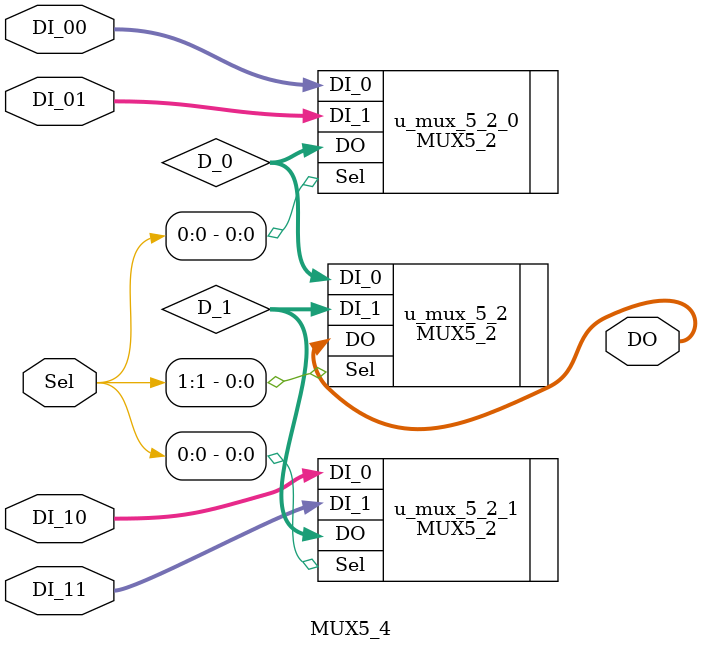
<source format=v>
`timescale 1ns / 1ps

module MUX5_4(
    input [1:0] Sel,
    input [4:0] DI_00,
    input [4:0] DI_01,
    input [4:0] DI_10,
    input [4:0] DI_11,
    output [4:0] DO
    );

    wire [4:0] D_0;
    wire [4:0] D_1;
    
    MUX5_2 u_mux_5_2_0(
        .Sel(Sel[0]),
        .DI_0(DI_00),
        .DI_1(DI_01),
        .DO(D_0)
    );
    
    MUX5_2 u_mux_5_2_1(
        .Sel(Sel[0]),
        .DI_0(DI_10),
        .DI_1(DI_11),
        .DO(D_1)
    );
    
    MUX5_2 u_mux_5_2(
        .Sel(Sel[1]),
        .DI_0(D_0),
        .DI_1(D_1),
        .DO(DO)
    );

endmodule

</source>
